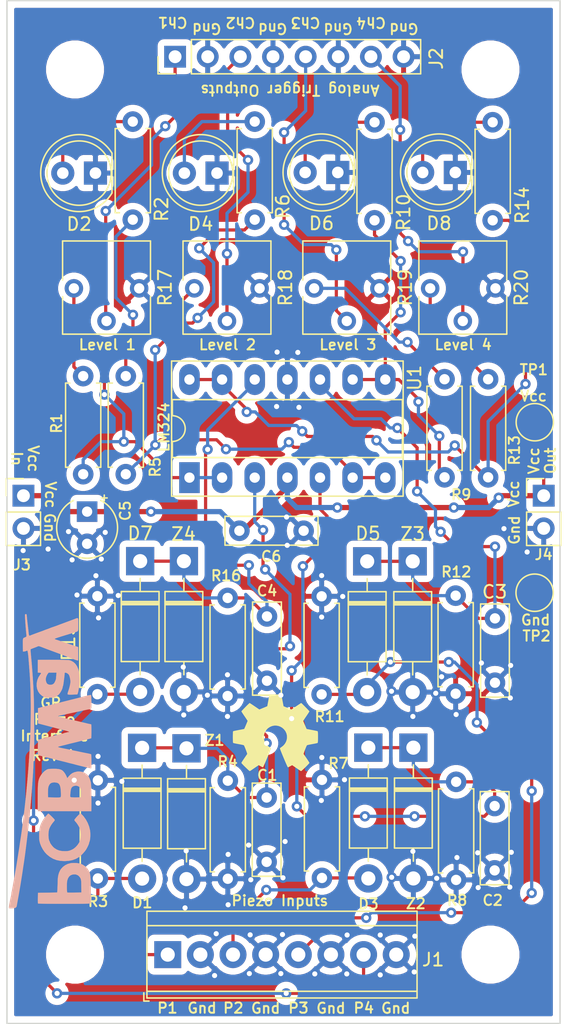
<source format=kicad_pcb>
(kicad_pcb (version 20171130) (host pcbnew "(5.1.2-1)-1")
  (layers (0 F.Cu signal) (31 B.Cu signal) (34 B.Paste user hide) (35 F.Paste user hide) (36 B.SilkS user hide) (37 F.SilkS user) (38 B.Mask user) (39 F.Mask user) (44 Edge.Cuts user))
  (net 0 "")
  (net 1 GNDREF)
  (net 2 "Net-(C1-Pad1)")
  (net 3 "Net-(C2-Pad1)")
  (net 4 "Net-(C3-Pad1)")
  (net 5 "Net-(C4-Pad1)")
  (net 6 VCC)
  (net 7 /Piezo1)
  (net 8 "Net-(D2-Pad2)")
  (net 9 /Piezo2)
  (net 10 "Net-(D4-Pad2)")
  (net 11 /Piezo3)
  (net 12 "Net-(D6-Pad2)")
  (net 13 /Piezo4)
  (net 14 "Net-(D8-Pad2)")
  (net 15 /Out_1)
  (net 16 /Out_2)
  (net 17 /Out_3)
  (net 18 /Out_4)
  (net 19 "Net-(R1-Pad1)")
  (net 20 "Net-(R1-Pad2)")
  (net 21 "Net-(R18-Pad1)")
  (net 22 "Net-(R5-Pad1)")
  (net 23 "Net-(R19-Pad1)")
  (net 24 "Net-(R10-Pad1)")
  (net 25 "Net-(R13-Pad2)")
  (net 26 "Net-(R13-Pad1)")
  (module Symbol:OSHW-Symbol_6.7x6mm_SilkScreen (layer F.Cu) (at 103.4542 118.1227)
    (fp_text reference REF** hide)
    (fp_text value OSHW-Symbol_6.7x6mm_SilkScreen hide)
  )
  (module "_Custom_Footprints:pcb way logo" (layer B.Cu) (at 85.2551 120.3071 90)
    (fp_text reference G*** hide)
    (fp_text value LOGO hide)
  )
  (module Capacitor_THT:C_Rect_L7.0mm_W2.0mm_P5.00mm (layer F.Cu) (at 102.7811 123.1265 270)
    (fp_text reference C1 (at -1.7272 -0.0508 180) (layer F.SilkS) (effects (font (size 0.8 0.8))))
    (fp_text value 10nF)
    (pad 2 thru_hole circle (at 5 0 270) (size 1.6 1.6) (drill 0.8) (layers *.Cu *.Mask) (net 1 GNDREF))
    (pad 1 thru_hole circle (at 0 0 270) (size 1.6 1.6) (drill 0.8) (layers *.Cu *.Mask) (net 2 "Net-(C1-Pad1)"))
  )
  (module Capacitor_THT:C_Rect_L7.0mm_W2.0mm_P5.00mm (layer F.Cu) (at 120.523 123.7869 270)
    (fp_text reference C2 (at 7.3279 0.1524 180) (layer F.SilkS) (effects (font (size 0.8 0.8))))
    (fp_text value 10nF)
    (pad 1 thru_hole circle (at 0 0 270) (size 1.6 1.6) (drill 0.8) (layers *.Cu *.Mask) (net 3 "Net-(C2-Pad1)"))
    (pad 2 thru_hole circle (at 5 0 270) (size 1.6 1.6) (drill 0.8) (layers *.Cu *.Mask) (net 1 GNDREF))
  )
  (module Capacitor_THT:C_Rect_L7.0mm_W2.0mm_P5.00mm (layer F.Cu) (at 120.5484 109.2073 270)
    (fp_text reference C3 (at -2.0574 0.0254 180) (layer F.SilkS))
    (fp_text value 10nF)
    (pad 2 thru_hole circle (at 5 0 270) (size 1.6 1.6) (drill 0.8) (layers *.Cu *.Mask) (net 1 GNDREF))
    (pad 1 thru_hole circle (at 0 0 270) (size 1.6 1.6) (drill 0.8) (layers *.Cu *.Mask) (net 4 "Net-(C3-Pad1)"))
  )
  (module Capacitor_THT:C_Rect_L7.0mm_W2.0mm_P5.00mm (layer F.Cu) (at 102.8065 109.0549 270)
    (fp_text reference C4 (at -1.9812 0 180) (layer F.SilkS) (effects (font (size 0.8 0.8))))
    (fp_text value 10nF)
    (pad 1 thru_hole circle (at 0 0 270) (size 1.6 1.6) (drill 0.8) (layers *.Cu *.Mask) (net 5 "Net-(C4-Pad1)"))
    (pad 2 thru_hole circle (at 5 0 270) (size 1.6 1.6) (drill 0.8) (layers *.Cu *.Mask) (net 1 GNDREF))
  )
  (module Capacitor_THT:CP_Radial_Tantal_D4.5mm_P2.50mm (layer F.Cu) (at 88.8111 100.9142 270)
    (fp_text reference C5 (at -0.0635 -2.9718 270) (layer F.SilkS) (effects (font (size 0.8 0.8))))
    (fp_text value 10uF)
    (pad 1 thru_hole rect (at 0 0 270) (size 1.6 1.6) (drill 0.8) (layers *.Cu *.Mask) (net 6 VCC))
    (pad 2 thru_hole circle (at 2.5 0 270) (size 1.6 1.6) (drill 0.8) (layers *.Cu *.Mask) (net 1 GNDREF))
  )
  (module Capacitor_THT:C_Rect_L7.0mm_W2.0mm_P5.00mm (layer F.Cu) (at 100.6602 102.4001)
    (fp_text reference C6 (at 2.4765 1.9939) (layer F.SilkS) (effects (font (size 0.8 0.8))))
    (fp_text value 100nF)
    (pad 1 thru_hole circle (at 0 0) (size 1.6 1.6) (drill 0.8) (layers *.Cu *.Mask) (net 6 VCC))
    (pad 2 thru_hole circle (at 5 0) (size 1.6 1.6) (drill 0.8) (layers *.Cu *.Mask) (net 1 GNDREF))
  )
  (module Diode_THT:D_DO-41_SOD81_P10.16mm_Horizontal (layer F.Cu) (at 93.091 119.2657 270)
    (fp_text reference D1 (at 12.0396 -0.0127 180) (layer F.SilkS) (effects (font (size 0.8 0.8))))
    (fp_text value 1N4148)
    (pad 2 thru_hole oval (at 10.16 0 270) (size 2.2 2.2) (drill 1.1) (layers *.Cu *.Mask) (net 7 /Piezo1))
    (pad 1 thru_hole rect (at 0 0 270) (size 2.2 2.2) (drill 1.1) (layers *.Cu *.Mask) (net 2 "Net-(C1-Pad1)"))
  )
  (module LED_THT:LED_D5.0mm (layer F.Cu) (at 89.4588 74.6125 180)
    (fp_text reference D2 (at 1.27 -3.96) (layer F.SilkS))
    (fp_text value LED_Small_ALT)
    (pad 1 thru_hole rect (at 0 0 180) (size 1.8 1.8) (drill 0.9) (layers *.Cu *.Mask) (net 1 GNDREF))
    (pad 2 thru_hole circle (at 2.54 0 180) (size 1.8 1.8) (drill 0.9) (layers *.Cu *.Mask) (net 8 "Net-(D2-Pad2)"))
  )
  (module Diode_THT:D_DO-41_SOD81_P10.16mm_Horizontal (layer F.Cu) (at 110.6932 119.253 270)
    (fp_text reference D3 (at 12.1412 -0.0127 180) (layer F.SilkS) (effects (font (size 0.8 0.8))))
    (fp_text value 1N4148)
    (pad 2 thru_hole oval (at 10.16 0 270) (size 2.2 2.2) (drill 1.1) (layers *.Cu *.Mask) (net 9 /Piezo2))
    (pad 1 thru_hole rect (at 0 0 270) (size 2.2 2.2) (drill 1.1) (layers *.Cu *.Mask) (net 3 "Net-(C2-Pad1)"))
  )
  (module LED_THT:LED_D5.0mm (layer F.Cu) (at 98.9203 74.6125 180)
    (fp_text reference D4 (at 1.27 -3.96) (layer F.SilkS))
    (fp_text value LED_Small_ALT)
    (pad 2 thru_hole circle (at 2.54 0 180) (size 1.8 1.8) (drill 0.9) (layers *.Cu *.Mask) (net 10 "Net-(D4-Pad2)"))
    (pad 1 thru_hole rect (at 0 0 180) (size 1.8 1.8) (drill 0.9) (layers *.Cu *.Mask) (net 1 GNDREF))
  )
  (module Diode_THT:D_DO-41_SOD81_P10.16mm_Horizontal (layer F.Cu) (at 110.6043 104.775 270)
    (fp_text reference D5 (at -2.159 -0.0635 180) (layer F.SilkS))
    (fp_text value 1N4148)
    (pad 1 thru_hole rect (at 0 0 270) (size 2.2 2.2) (drill 1.1) (layers *.Cu *.Mask) (net 4 "Net-(C3-Pad1)"))
    (pad 2 thru_hole oval (at 10.16 0 270) (size 2.2 2.2) (drill 1.1) (layers *.Cu *.Mask) (net 11 /Piezo3))
  )
  (module LED_THT:LED_D5.0mm (layer F.Cu) (at 108.3183 74.5617 180)
    (fp_text reference D6 (at 1.27 -3.96) (layer F.SilkS))
    (fp_text value LED_Small_ALT)
    (pad 1 thru_hole rect (at 0 0 180) (size 1.8 1.8) (drill 0.9) (layers *.Cu *.Mask) (net 1 GNDREF))
    (pad 2 thru_hole circle (at 2.54 0 180) (size 1.8 1.8) (drill 0.9) (layers *.Cu *.Mask) (net 12 "Net-(D6-Pad2)"))
  )
  (module Diode_THT:D_DO-41_SOD81_P10.16mm_Horizontal (layer F.Cu) (at 92.9386 104.7623 270)
    (fp_text reference D7 (at -2.159 0 180) (layer F.SilkS))
    (fp_text value 1N4148)
    (pad 1 thru_hole rect (at 0 0 270) (size 2.2 2.2) (drill 1.1) (layers *.Cu *.Mask) (net 5 "Net-(C4-Pad1)"))
    (pad 2 thru_hole oval (at 10.16 0 270) (size 2.2 2.2) (drill 1.1) (layers *.Cu *.Mask) (net 13 /Piezo4))
  )
  (module LED_THT:LED_D5.0mm (layer F.Cu) (at 117.4623 74.5617 180)
    (fp_text reference D8 (at 1.27 -3.96) (layer F.SilkS))
    (fp_text value LED_Small_ALT)
    (pad 2 thru_hole circle (at 2.54 0 180) (size 1.8 1.8) (drill 0.9) (layers *.Cu *.Mask) (net 14 "Net-(D8-Pad2)"))
    (pad 1 thru_hole rect (at 0 0 180) (size 1.8 1.8) (drill 0.9) (layers *.Cu *.Mask) (net 1 GNDREF))
  )
  (module TerminalBlock_TE-Connectivity:TerminalBlock_TE_282834-8_1x08_P2.54mm_Horizontal (layer F.Cu) (at 95.0849 135.3312)
    (fp_text reference J1 (at 20.6502 0.3937) (layer F.SilkS))
    (fp_text value Screw_Terminal_01x08)
    (pad 1 thru_hole rect (at 0 0) (size 2.1 2.1) (drill 1.1) (layers *.Cu *.Mask) (net 7 /Piezo1))
    (pad 2 thru_hole circle (at 2.54 0) (size 2.1 2.1) (drill 1.1) (layers *.Cu *.Mask) (net 1 GNDREF))
    (pad 3 thru_hole circle (at 5.08 0) (size 2.1 2.1) (drill 1.1) (layers *.Cu *.Mask) (net 9 /Piezo2))
    (pad 4 thru_hole circle (at 7.62 0) (size 2.1 2.1) (drill 1.1) (layers *.Cu *.Mask) (net 1 GNDREF))
    (pad 5 thru_hole circle (at 10.16 0) (size 2.1 2.1) (drill 1.1) (layers *.Cu *.Mask) (net 11 /Piezo3))
    (pad 6 thru_hole circle (at 12.7 0) (size 2.1 2.1) (drill 1.1) (layers *.Cu *.Mask) (net 1 GNDREF))
    (pad 7 thru_hole circle (at 15.24 0) (size 2.1 2.1) (drill 1.1) (layers *.Cu *.Mask) (net 13 /Piezo4))
    (pad 8 thru_hole circle (at 17.78 0) (size 2.1 2.1) (drill 1.1) (layers *.Cu *.Mask) (net 1 GNDREF))
  )
  (module Connector_PinHeader_2.54mm:PinHeader_1x08_P2.54mm_Vertical (layer F.Cu) (at 95.6564 65.5701 90)
    (fp_text reference J2 (at -0.1397 20.32 90) (layer F.SilkS))
    (fp_text value Conn_01x08)
    (pad 1 thru_hole rect (at 0 0 90) (size 1.7 1.7) (drill 1) (layers *.Cu *.Mask) (net 15 /Out_1))
    (pad 2 thru_hole oval (at 0 2.54 90) (size 1.7 1.7) (drill 1) (layers *.Cu *.Mask) (net 1 GNDREF))
    (pad 3 thru_hole oval (at 0 5.08 90) (size 1.7 1.7) (drill 1) (layers *.Cu *.Mask) (net 16 /Out_2))
    (pad 4 thru_hole oval (at 0 7.62 90) (size 1.7 1.7) (drill 1) (layers *.Cu *.Mask) (net 1 GNDREF))
    (pad 5 thru_hole oval (at 0 10.16 90) (size 1.7 1.7) (drill 1) (layers *.Cu *.Mask) (net 17 /Out_3))
    (pad 6 thru_hole oval (at 0 12.7 90) (size 1.7 1.7) (drill 1) (layers *.Cu *.Mask) (net 1 GNDREF))
    (pad 7 thru_hole oval (at 0 15.24 90) (size 1.7 1.7) (drill 1) (layers *.Cu *.Mask) (net 18 /Out_4))
    (pad 8 thru_hole oval (at 0 17.78 90) (size 1.7 1.7) (drill 1) (layers *.Cu *.Mask) (net 1 GNDREF))
  )
  (module Connector_PinHeader_2.54mm:PinHeader_1x02_P2.54mm_Vertical (layer F.Cu) (at 83.8581 99.67595)
    (fp_text reference J3 (at -0.1143 5.37845) (layer F.SilkS) (effects (font (size 0.8 0.8))))
    (fp_text value Vin)
    (pad 1 thru_hole rect (at 0 0) (size 1.7 1.7) (drill 1) (layers *.Cu *.Mask) (net 6 VCC))
    (pad 2 thru_hole oval (at 0 2.54) (size 1.7 1.7) (drill 1) (layers *.Cu *.Mask) (net 1 GNDREF))
  )
  (module MountingHole:MountingHole_3.5mm (layer F.Cu) (at 87.9856 66.5607)
    (fp_text reference MH1 hide)
    (fp_text value MountingHole)
    (pad "" np_thru_hole circle (at -0.1143 0) (size 3.5 3.5) (drill 3.5) (layers *.Cu *.Mask))
  )
  (module MountingHole:MountingHole_3.5mm (layer F.Cu) (at 87.8713 135.3312)
    (fp_text reference MH2 hide)
    (fp_text value MountingHole)
    (pad 1 np_thru_hole circle (at 0 0) (size 3.5 3.5) (drill 3.5) (layers *.Cu *.Mask))
  )
  (module MountingHole:MountingHole_3.5mm (layer F.Cu) (at 120.2 66.5607)
    (fp_text reference MH3 hide)
    (fp_text value MountingHole)
    (pad 1 np_thru_hole circle (at 0 0) (size 3.5 3.5) (drill 3.5) (layers *.Cu *.Mask))
  )
  (module MountingHole:MountingHole_3.5mm (layer F.Cu) (at 120.2 135.3312)
    (fp_text reference MH4 hide)
    (fp_text value MountingHole)
    (pad 1 np_thru_hole circle (at 0 0) (size 3.5 3.5) (drill 3.5) (layers *.Cu *.Mask))
  )
  (module Resistor_THT:R_Axial_DIN0207_L6.3mm_D2.5mm_P7.62mm_Horizontal (layer F.Cu) (at 88.5063 98.0059 90)
    (fp_text reference R1 (at 3.9497 -2.0701 90) (layer F.SilkS) (effects (font (size 0.8 0.8))))
    (fp_text value 100r)
    (pad 1 thru_hole circle (at 0 0 90) (size 1.6 1.6) (drill 0.8) (layers *.Cu *.Mask) (net 19 "Net-(R1-Pad1)"))
    (pad 2 thru_hole oval (at 7.62 0 90) (size 1.6 1.6) (drill 0.8) (layers *.Cu *.Mask) (net 20 "Net-(R1-Pad2)"))
  )
  (module Resistor_THT:R_Axial_DIN0207_L6.3mm_D2.5mm_P7.62mm_Horizontal (layer F.Cu) (at 92.3671 78.232 90)
    (fp_text reference R2 (at 0.8128 2.2352 90) (layer F.SilkS))
    (fp_text value 330r)
    (pad 1 thru_hole circle (at 0 0 90) (size 1.6 1.6) (drill 0.8) (layers *.Cu *.Mask) (net 19 "Net-(R1-Pad1)"))
    (pad 2 thru_hole oval (at 7.62 0 90) (size 1.6 1.6) (drill 0.8) (layers *.Cu *.Mask) (net 8 "Net-(D2-Pad2)"))
  )
  (module Resistor_THT:R_Axial_DIN0207_L6.3mm_D2.5mm_P7.62mm_Horizontal (layer F.Cu) (at 89.6493 129.413 90)
    (fp_text reference R3 (at -1.7907 0.0127 180) (layer F.SilkS) (effects (font (size 0.8 0.8))))
    (fp_text value 100K)
    (pad 1 thru_hole circle (at 0 0 90) (size 1.6 1.6) (drill 0.8) (layers *.Cu *.Mask) (net 7 /Piezo1))
    (pad 2 thru_hole oval (at 7.62 0 90) (size 1.6 1.6) (drill 0.8) (layers *.Cu *.Mask) (net 1 GNDREF))
  )
  (module Resistor_THT:R_Axial_DIN0207_L6.3mm_D2.5mm_P7.62mm_Horizontal (layer F.Cu) (at 99.7585 121.8184 270)
    (fp_text reference R4 (at -1.4732 0.0127 180) (layer F.SilkS) (effects (font (size 0.8 0.8))))
    (fp_text value 1M)
    (pad 1 thru_hole circle (at 0 0 270) (size 1.6 1.6) (drill 0.8) (layers *.Cu *.Mask) (net 2 "Net-(C1-Pad1)"))
    (pad 2 thru_hole oval (at 7.62 0 270) (size 1.6 1.6) (drill 0.8) (layers *.Cu *.Mask) (net 1 GNDREF))
  )
  (module Resistor_THT:R_Axial_DIN0207_L6.3mm_D2.5mm_P7.62mm_Horizontal (layer F.Cu) (at 91.821 98.0059 90)
    (fp_text reference R5 (at 0.5461 2.286 90) (layer F.SilkS) (effects (font (size 0.8 0.8))))
    (fp_text value 100r)
    (pad 2 thru_hole oval (at 7.62 0 90) (size 1.6 1.6) (drill 0.8) (layers *.Cu *.Mask) (net 21 "Net-(R18-Pad1)"))
    (pad 1 thru_hole circle (at 0 0 90) (size 1.6 1.6) (drill 0.8) (layers *.Cu *.Mask) (net 22 "Net-(R5-Pad1)"))
  )
  (module Resistor_THT:R_Axial_DIN0207_L6.3mm_D2.5mm_P7.62mm_Horizontal (layer F.Cu) (at 101.854 78.232 90)
    (fp_text reference R6 (at 1.0287 2.1844 90) (layer F.SilkS))
    (fp_text value 330r)
    (pad 1 thru_hole circle (at 0 0 90) (size 1.6 1.6) (drill 0.8) (layers *.Cu *.Mask) (net 22 "Net-(R5-Pad1)"))
    (pad 2 thru_hole oval (at 7.62 0 90) (size 1.6 1.6) (drill 0.8) (layers *.Cu *.Mask) (net 10 "Net-(D4-Pad2)"))
  )
  (module Resistor_THT:R_Axial_DIN0207_L6.3mm_D2.5mm_P7.62mm_Horizontal (layer F.Cu) (at 107.0864 129.3749 90)
    (fp_text reference R7 (at 8.9027 1.2827 180) (layer F.SilkS) (effects (font (size 0.8 0.8))))
    (fp_text value 100K)
    (pad 2 thru_hole oval (at 7.62 0 90) (size 1.6 1.6) (drill 0.8) (layers *.Cu *.Mask) (net 1 GNDREF))
    (pad 1 thru_hole circle (at 0 0 90) (size 1.6 1.6) (drill 0.8) (layers *.Cu *.Mask) (net 9 /Piezo2))
  )
  (module Resistor_THT:R_Axial_DIN0207_L6.3mm_D2.5mm_P7.62mm_Horizontal (layer F.Cu) (at 117.5258 121.9073 270)
    (fp_text reference R8 (at 9.2075 -0.0762 180) (layer F.SilkS) (effects (font (size 0.8 0.8))))
    (fp_text value 1M)
    (pad 2 thru_hole oval (at 7.62 0 270) (size 1.6 1.6) (drill 0.8) (layers *.Cu *.Mask) (net 1 GNDREF))
    (pad 1 thru_hole circle (at 0 0 270) (size 1.6 1.6) (drill 0.8) (layers *.Cu *.Mask) (net 3 "Net-(C2-Pad1)"))
  )
  (module Resistor_THT:R_Axial_DIN0207_L6.3mm_D2.5mm_P7.62mm_Horizontal (layer F.Cu) (at 116.6241 98.2472 90)
    (fp_text reference R9 (at -1.3462 1.2954 180) (layer F.SilkS) (effects (font (size 0.8 0.8))))
    (fp_text value 100r)
    (pad 2 thru_hole oval (at 7.62 0 90) (size 1.6 1.6) (drill 0.8) (layers *.Cu *.Mask) (net 23 "Net-(R19-Pad1)"))
    (pad 1 thru_hole circle (at 0 0 90) (size 1.6 1.6) (drill 0.8) (layers *.Cu *.Mask) (net 24 "Net-(R10-Pad1)"))
  )
  (module Resistor_THT:R_Axial_DIN0207_L6.3mm_D2.5mm_P7.62mm_Horizontal (layer F.Cu) (at 111.1758 78.2828 90)
    (fp_text reference R10 (at 0.6223 2.2606 90) (layer F.SilkS))
    (fp_text value 330r)
    (pad 2 thru_hole oval (at 7.62 0 90) (size 1.6 1.6) (drill 0.8) (layers *.Cu *.Mask) (net 12 "Net-(D6-Pad2)"))
    (pad 1 thru_hole circle (at 0 0 90) (size 1.6 1.6) (drill 0.8) (layers *.Cu *.Mask) (net 24 "Net-(R10-Pad1)"))
  )
  (module Resistor_THT:R_Axial_DIN0207_L6.3mm_D2.5mm_P7.62mm_Horizontal (layer F.Cu) (at 107.061 115.1128 90)
    (fp_text reference R11 (at -1.7272 0.6223 180) (layer F.SilkS) (effects (font (size 0.8 0.8))))
    (fp_text value 100K)
    (pad 2 thru_hole oval (at 7.62 0 90) (size 1.6 1.6) (drill 0.8) (layers *.Cu *.Mask) (net 1 GNDREF))
    (pad 1 thru_hole circle (at 0 0 90) (size 1.6 1.6) (drill 0.8) (layers *.Cu *.Mask) (net 11 /Piezo3))
  )
  (module Resistor_THT:R_Axial_DIN0207_L6.3mm_D2.5mm_P7.62mm_Horizontal (layer F.Cu) (at 117.4877 107.442 270)
    (fp_text reference R12 (at -1.8415 -0.0508 180) (layer F.SilkS) (effects (font (size 0.8 0.8))))
    (fp_text value 1M)
    (pad 1 thru_hole circle (at 0 0 270) (size 1.6 1.6) (drill 0.8) (layers *.Cu *.Mask) (net 4 "Net-(C3-Pad1)"))
    (pad 2 thru_hole oval (at 7.62 0 270) (size 1.6 1.6) (drill 0.8) (layers *.Cu *.Mask) (net 1 GNDREF))
  )
  (module Resistor_THT:R_Axial_DIN0207_L6.3mm_D2.5mm_P7.62mm_Horizontal (layer F.Cu) (at 120.015 98.2472 90)
    (fp_text reference R13 (at 2.0955 2.0447 270) (layer F.SilkS) (effects (font (size 0.8 0.8))))
    (fp_text value 100r)
    (pad 2 thru_hole oval (at 7.62 0 90) (size 1.6 1.6) (drill 0.8) (layers *.Cu *.Mask) (net 25 "Net-(R13-Pad2)"))
    (pad 1 thru_hole circle (at 0 0 90) (size 1.6 1.6) (drill 0.8) (layers *.Cu *.Mask) (net 26 "Net-(R13-Pad1)"))
  )
  (module Resistor_THT:R_Axial_DIN0207_L6.3mm_D2.5mm_P7.62mm_Horizontal (layer F.Cu) (at 120.3706 78.2828 90)
    (fp_text reference R14 (at 1.1684 2.2987 90) (layer F.SilkS))
    (fp_text value 330r)
    (pad 1 thru_hole circle (at 0 0 90) (size 1.6 1.6) (drill 0.8) (layers *.Cu *.Mask) (net 26 "Net-(R13-Pad1)"))
    (pad 2 thru_hole oval (at 7.62 0 90) (size 1.6 1.6) (drill 0.8) (layers *.Cu *.Mask) (net 14 "Net-(D8-Pad2)"))
  )
  (module Resistor_THT:R_Axial_DIN0207_L6.3mm_D2.5mm_P7.62mm_Horizontal (layer F.Cu) (at 89.6112 115.1001 90)
    (fp_text reference R15 (at 4.0259 -2.2479 270) (layer F.SilkS))
    (fp_text value 100K)
    (pad 1 thru_hole circle (at 0 0 90) (size 1.6 1.6) (drill 0.8) (layers *.Cu *.Mask) (net 13 /Piezo4))
    (pad 2 thru_hole oval (at 7.62 0 90) (size 1.6 1.6) (drill 0.8) (layers *.Cu *.Mask) (net 1 GNDREF))
  )
  (module Resistor_THT:R_Axial_DIN0207_L6.3mm_D2.5mm_P7.62mm_Horizontal (layer F.Cu) (at 99.7458 107.6198 270)
    (fp_text reference R16 (at -1.7272 0.127 180) (layer F.SilkS) (effects (font (size 0.8 0.8))))
    (fp_text value 1M)
    (pad 2 thru_hole oval (at 7.62 0 270) (size 1.6 1.6) (drill 0.8) (layers *.Cu *.Mask) (net 1 GNDREF))
    (pad 1 thru_hole circle (at 0 0 270) (size 1.6 1.6) (drill 0.8) (layers *.Cu *.Mask) (net 5 "Net-(C4-Pad1)"))
  )
  (module Potentiometer_THT:Potentiometer_Vishay_T73YP_Vertical (layer F.Cu) (at 87.7824 83.566 270)
    (fp_text reference R17 (at -0.06 -7.09 90) (layer F.SilkS))
    (fp_text value 10K)
    (pad 1 thru_hole circle (at 0 0 270) (size 1.44 1.44) (drill 0.8) (layers *.Cu *.Mask) (net 20 "Net-(R1-Pad2)"))
    (pad 2 thru_hole circle (at 2.54 -2.54 270) (size 1.44 1.44) (drill 0.8) (layers *.Cu *.Mask) (net 15 /Out_1))
    (pad 3 thru_hole circle (at 0 -5.08 270) (size 1.44 1.44) (drill 0.8) (layers *.Cu *.Mask) (net 1 GNDREF))
  )
  (module Potentiometer_THT:Potentiometer_Vishay_T73YP_Vertical (layer F.Cu) (at 97.155 83.566 270)
    (fp_text reference R18 (at -0.06 -7.09 90) (layer F.SilkS))
    (fp_text value 10K)
    (pad 3 thru_hole circle (at 0 -5.08 270) (size 1.44 1.44) (drill 0.8) (layers *.Cu *.Mask) (net 1 GNDREF))
    (pad 2 thru_hole circle (at 2.54 -2.54 270) (size 1.44 1.44) (drill 0.8) (layers *.Cu *.Mask) (net 16 /Out_2))
    (pad 1 thru_hole circle (at 0 0 270) (size 1.44 1.44) (drill 0.8) (layers *.Cu *.Mask) (net 21 "Net-(R18-Pad1)"))
  )
  (module Potentiometer_THT:Potentiometer_Vishay_T73YP_Vertical (layer F.Cu) (at 106.4768 83.566 270)
    (fp_text reference R19 (at -0.06 -7.09 90) (layer F.SilkS))
    (fp_text value 10K)
    (pad 1 thru_hole circle (at 0 0 270) (size 1.44 1.44) (drill 0.8) (layers *.Cu *.Mask) (net 23 "Net-(R19-Pad1)"))
    (pad 2 thru_hole circle (at 2.54 -2.54 270) (size 1.44 1.44) (drill 0.8) (layers *.Cu *.Mask) (net 17 /Out_3))
    (pad 3 thru_hole circle (at 0 -5.08 270) (size 1.44 1.44) (drill 0.8) (layers *.Cu *.Mask) (net 1 GNDREF))
  )
  (module Potentiometer_THT:Potentiometer_Vishay_T73YP_Vertical (layer F.Cu) (at 115.5065 83.566 270)
    (fp_text reference R20 (at -0.06 -7.09 90) (layer F.SilkS))
    (fp_text value 10K)
    (pad 3 thru_hole circle (at 0 -5.08 270) (size 1.44 1.44) (drill 0.8) (layers *.Cu *.Mask) (net 1 GNDREF))
    (pad 2 thru_hole circle (at 2.54 -2.54 270) (size 1.44 1.44) (drill 0.8) (layers *.Cu *.Mask) (net 18 /Out_4))
    (pad 1 thru_hole circle (at 0 0 270) (size 1.44 1.44) (drill 0.8) (layers *.Cu *.Mask) (net 25 "Net-(R13-Pad2)"))
  )
  (module Package_DIP:DIP-14_W7.62mm_Socket_LongPads (layer F.Cu) (at 96.774 98.2726 90)
    (fp_text reference U1 (at 7.747 17.5133 90) (layer F.SilkS))
    (fp_text value LM324)
    (pad 1 thru_hole rect (at 0 0 90) (size 2.4 1.6) (drill 0.8) (layers *.Cu *.Mask) (net 19 "Net-(R1-Pad1)"))
    (pad 8 thru_hole oval (at 7.62 15.24 90) (size 2.4 1.6) (drill 0.8) (layers *.Cu *.Mask) (net 24 "Net-(R10-Pad1)"))
    (pad 2 thru_hole oval (at 0 2.54 90) (size 2.4 1.6) (drill 0.8) (layers *.Cu *.Mask) (net 19 "Net-(R1-Pad1)"))
    (pad 9 thru_hole oval (at 7.62 12.7 90) (size 2.4 1.6) (drill 0.8) (layers *.Cu *.Mask) (net 24 "Net-(R10-Pad1)"))
    (pad 3 thru_hole oval (at 0 5.08 90) (size 2.4 1.6) (drill 0.8) (layers *.Cu *.Mask) (net 2 "Net-(C1-Pad1)"))
    (pad 10 thru_hole oval (at 7.62 10.16 90) (size 2.4 1.6) (drill 0.8) (layers *.Cu *.Mask) (net 4 "Net-(C3-Pad1)"))
    (pad 4 thru_hole oval (at 0 7.62 90) (size 2.4 1.6) (drill 0.8) (layers *.Cu *.Mask) (net 6 VCC))
    (pad 11 thru_hole oval (at 7.62 7.62 90) (size 2.4 1.6) (drill 0.8) (layers *.Cu *.Mask) (net 1 GNDREF))
    (pad 5 thru_hole oval (at 0 10.16 90) (size 2.4 1.6) (drill 0.8) (layers *.Cu *.Mask) (net 3 "Net-(C2-Pad1)"))
    (pad 12 thru_hole oval (at 7.62 5.08 90) (size 2.4 1.6) (drill 0.8) (layers *.Cu *.Mask) (net 5 "Net-(C4-Pad1)"))
    (pad 6 thru_hole oval (at 0 12.7 90) (size 2.4 1.6) (drill 0.8) (layers *.Cu *.Mask) (net 22 "Net-(R5-Pad1)"))
    (pad 13 thru_hole oval (at 7.62 2.54 90) (size 2.4 1.6) (drill 0.8) (layers *.Cu *.Mask) (net 26 "Net-(R13-Pad1)"))
    (pad 7 thru_hole oval (at 0 15.24 90) (size 2.4 1.6) (drill 0.8) (layers *.Cu *.Mask) (net 22 "Net-(R5-Pad1)"))
    (pad 14 thru_hole oval (at 7.62 0 90) (size 2.4 1.6) (drill 0.8) (layers *.Cu *.Mask) (net 26 "Net-(R13-Pad1)"))
  )
  (module Diode_THT:D_DO-41_SOD81_P10.16mm_Horizontal (layer F.Cu) (at 96.5454 119.3038 270)
    (fp_text reference Z1 (at -0.6223 -2.1844) (layer F.SilkS) (effects (font (size 0.8 0.8))))
    (fp_text value 5.1V)
    (pad 1 thru_hole rect (at 0 0 270) (size 2.2 2.2) (drill 1.1) (layers *.Cu *.Mask) (net 2 "Net-(C1-Pad1)"))
    (pad 2 thru_hole oval (at 10.16 0 270) (size 2.2 2.2) (drill 1.1) (layers *.Cu *.Mask) (net 1 GNDREF))
  )
  (module Diode_THT:D_DO-41_SOD81_P10.16mm_Horizontal (layer F.Cu) (at 114.1984 119.253 270)
    (fp_text reference Z2 (at 12.1158 -0.1905 180) (layer F.SilkS) (effects (font (size 0.8 0.8))))
    (fp_text value 5.1V)
    (pad 2 thru_hole oval (at 10.16 0 270) (size 2.2 2.2) (drill 1.1) (layers *.Cu *.Mask) (net 1 GNDREF))
    (pad 1 thru_hole rect (at 0 0 270) (size 2.2 2.2) (drill 1.1) (layers *.Cu *.Mask) (net 3 "Net-(C2-Pad1)"))
  )
  (module Diode_THT:D_DO-41_SOD81_P10.16mm_Horizontal (layer F.Cu) (at 114.1476 104.775 270)
    (fp_text reference Z3 (at -2.1209 0 180) (layer F.SilkS))
    (fp_text value 5.1V)
    (pad 2 thru_hole oval (at 10.16 0 270) (size 2.2 2.2) (drill 1.1) (layers *.Cu *.Mask) (net 1 GNDREF))
    (pad 1 thru_hole rect (at 0 0 270) (size 2.2 2.2) (drill 1.1) (layers *.Cu *.Mask) (net 4 "Net-(C3-Pad1)"))
  )
  (module Diode_THT:D_DO-41_SOD81_P10.16mm_Horizontal (layer F.Cu) (at 96.3422 104.7623 270)
    (fp_text reference Z4 (at -2.0955 0.0254 180) (layer F.SilkS))
    (fp_text value 5.1V)
    (pad 1 thru_hole rect (at 0 0 270) (size 2.2 2.2) (drill 1.1) (layers *.Cu *.Mask) (net 5 "Net-(C4-Pad1)"))
    (pad 2 thru_hole oval (at 10.16 0 270) (size 2.2 2.2) (drill 1.1) (layers *.Cu *.Mask) (net 1 GNDREF))
  )
  (module Connector_PinHeader_2.54mm:PinHeader_1x02_P2.54mm_Vertical (layer F.Cu) (at 124.3402 99.67595)
    (fp_text reference J4 (at -0.0072 4.57835) (layer F.SilkS) (effects (font (size 0.8 0.8))))
    (fp_text value Vout)
    (pad 1 thru_hole rect (at 0 0) (size 1.7 1.7) (drill 1) (layers *.Cu *.Mask) (net 6 VCC))
    (pad 2 thru_hole oval (at 0 2.54) (size 1.7 1.7) (drill 1) (layers *.Cu *.Mask) (net 1 GNDREF))
  )
  (module TestPoint:TestPoint_Pad_D2.5mm (layer F.Cu) (at 123.6472 93.9673)
    (fp_text reference TP1 (at -0.0762 -4.0767) (layer F.SilkS) (effects (font (size 0.8 0.8))))
    (fp_text value "VCC Test Point")
    (pad 1 smd circle (at 0 0) (size 2.5 2.5) (layers F.Cu F.Mask) (net 6 VCC))
  )
  (module TestPoint:TestPoint_Pad_D2.5mm (layer F.Cu) (at 123.6345 107.2134)
    (fp_text reference TP2 (at 0.1524 3.3655) (layer F.SilkS) (effects (font (size 0.8 0.8))))
    (fp_text value "GND Test Point")
    (pad 1 smd circle (at 0 0) (size 2.5 2.5) (layers F.Cu F.Mask) (net 1 GNDREF))
  )
  (gr_text "Rev 1" (at 86.1949 119.8626) (layer F.SilkS) (effects (font (size 0.8 0.8))))
  (gr_text "GR \nPiezo\nInterface" (at 86.2838 117.0559) (layer F.SilkS) (effects (font (size 0.8 0.8))))
  (gr_text "Level 4" (at 118.0719 87.9475) (layer F.SilkS) (effects (font (size 0.8 0.8))))
  (gr_text "Level 3" (at 109.1057 87.9475) (layer F.SilkS) (effects (font (size 0.8 0.8))))
  (gr_text "Level 2" (at 99.7331 87.9475) (layer F.SilkS) (effects (font (size 0.8 0.8))))
  (gr_text "Level 1" (at 90.3859 87.9475) (layer F.SilkS) (effects (font (size 0.8 0.8))))
  (gr_text LM324 (at 94.7928 94.361 90) (layer F.SilkS) (effects (font (size 0.8 0.8))))
  (gr_text "Analog Trigger Outputs" (at 104.5972 68.1736 180) (layer F.SilkS) (effects (font (size 0.8 0.8))))
  (gr_text Gnd (at 113.4618 63.3857 180) (layer F.SilkS) (effects (font (size 0.8 0.8))))
  (gr_text Gnd (at 108.3437 63.3857 180) (layer F.SilkS) (effects (font (size 0.8 0.8))))
  (gr_text Gnd (at 103.251 63.3857 180) (layer F.SilkS) (effects (font (size 0.8 0.8))))
  (gr_text Gnd (at 98.1202 63.3857 180) (layer F.SilkS) (effects (font (size 0.8 0.8))))
  (gr_text Ch4 (at 110.9091 62.9158 180) (layer F.SilkS) (effects (font (size 0.8 0.8))))
  (gr_text Ch3 (at 105.8037 62.9158 180) (layer F.SilkS) (effects (font (size 0.8 0.8))))
  (gr_text Ch2 (at 100.7364 62.9158 180) (layer F.SilkS) (effects (font (size 0.8 0.8))))
  (gr_text Ch1 (at 95.4659 62.9031 180) (layer F.SilkS) (effects (font (size 0.8 0.8))))
  (gr_text "Piezo Inputs" (at 103.8098 131.1402) (layer F.SilkS) (effects (font (size 0.8 0.8))))
  (gr_text P4 (at 110.3376 139.4841) (layer F.SilkS) (effects (font (size 0.8 0.8))))
  (gr_text P3 (at 105.2576 139.4841) (layer F.SilkS) (effects (font (size 0.8 0.8))))
  (gr_text P2 (at 100.1903 139.4841) (layer F.SilkS) (effects (font (size 0.8 0.8))))
  (gr_text P1 (at 95.0595 139.4841) (layer F.SilkS) (effects (font (size 0.8 0.8))))
  (gr_text Gnd (at 112.8268 139.4968) (layer F.SilkS) (effects (font (size 0.8 0.8))))
  (gr_text Gnd (at 107.7849 139.4968) (layer F.SilkS) (effects (font (size 0.8 0.8))))
  (gr_text Gnd (at 102.7049 139.4968) (layer F.SilkS) (effects (font (size 0.8 0.8))))
  (gr_text Gnd (at 97.7519 139.4841) (layer F.SilkS) (effects (font (size 0.8 0.8))))
  (gr_text "Vcc\nIn" (at 83.9851 96.7994 270) (layer F.SilkS) (effects (font (size 0.8 0.8))))
  (gr_text Gnd (at 85.9028 102.1588 270) (layer F.SilkS) (effects (font (size 0.8 0.8))))
  (gr_text "Vcc\n" (at 85.9663 99.6061 270) (layer F.SilkS) (effects (font (size 0.8 0.8))))
  (gr_text "Vcc\nOut" (at 124.2187 96.9645 90) (layer F.SilkS) (effects (font (size 0.8 0.8))))
  (gr_text Gnd (at 122.0597 102.3493 90) (layer F.SilkS) (effects (font (size 0.8 0.8))))
  (gr_text "Vcc\n" (at 122.0089 99.5426 90) (layer F.SilkS) (effects (font (size 0.8 0.8))))
  (gr_text "Vcc\n" (at 123.5456 91.9353) (layer F.SilkS) (effects (font (size 0.8 0.8))))
  (gr_text Gnd (at 123.7107 109.3343) (layer F.SilkS) (effects (font (size 0.8 0.8))))
  (gr_line (start 82.5754 61.214) (end 82.5754 140.6779) (layer Edge.Cuts) (width 0.1))
  (gr_line (start 125.6102 61.214) (end 82.5754 61.214) (layer Edge.Cuts) (width 0.1))
  (gr_line (start 125.6102 140.6779) (end 125.6102 61.214) (layer Edge.Cuts) (width 0.1))
  (gr_line (start 82.5754 140.6779) (end 125.6102 140.6779) (layer Edge.Cuts) (width 0.1))
  (via (at 98.7298 136.9568) (size 0.8) (drill 0.4) (layers F.Cu B.Cu) (net 1))
  (via (at 98.8568 133.7056) (size 0.8) (drill 0.4) (layers F.Cu B.Cu) (net 1))
  (via (at 103.886 136.8044) (size 0.8) (drill 0.4) (layers F.Cu B.Cu) (net 1))
  (via (at 101.4349 136.8044) (size 0.8) (drill 0.4) (layers F.Cu B.Cu) (net 1))
  (via (at 101.4984 133.7945) (size 0.8) (drill 0.4) (layers F.Cu B.Cu) (net 1))
  (via (at 104.013 133.7691) (size 0.8) (drill 0.4) (layers F.Cu B.Cu) (net 1))
  (via (at 109.0168 136.8298) (size 0.8) (drill 0.4) (layers F.Cu B.Cu) (net 1))
  (via (at 106.5276 136.8298) (size 0.8) (drill 0.4) (layers F.Cu B.Cu) (net 1))
  (via (at 109.0422 133.8072) (size 0.8) (drill 0.4) (layers F.Cu B.Cu) (net 1))
  (via (at 114.3127 133.8961) (size 0.8) (drill 0.4) (layers F.Cu B.Cu) (net 1))
  (via (at 114.2619 136.6774) (size 0.8) (drill 0.4) (layers F.Cu B.Cu) (net 1))
  (via (at 111.6203 136.906) (size 0.8) (drill 0.4) (layers F.Cu B.Cu) (net 1))
  (via (at 111.6203 133.8072) (size 0.8) (drill 0.4) (layers F.Cu B.Cu) (net 1))
  (via (at 96.4311 131.699) (size 0.8) (drill 0.4) (layers F.Cu B.Cu) (net 1))
  (via (at 99.7839 131.4577) (size 0.8) (drill 0.4) (layers F.Cu B.Cu) (net 1))
  (via (at 99.7839 127.5461) (size 0.8) (drill 0.4) (layers F.Cu B.Cu) (net 1))
  (via (at 96.52 127.2667) (size 0.8) (drill 0.4) (layers F.Cu B.Cu) (net 1))
  (via (at 104.0511 129.3622) (size 0.8) (drill 0.4) (layers F.Cu B.Cu) (net 1))
  (via (at 104.2162 126.5428) (size 0.8) (drill 0.4) (layers F.Cu B.Cu) (net 1))
  (via (at 101.3841 126.8222) (size 0.8) (drill 0.4) (layers F.Cu B.Cu) (net 1))
  (via (at 101.5492 129.5146) (size 0.8) (drill 0.4) (layers F.Cu B.Cu) (net 1))
  (via (at 114.1603 127.3048) (size 0.8) (drill 0.4) (layers F.Cu B.Cu) (net 1))
  (via (at 116.0145 129.4003) (size 0.8) (drill 0.4) (layers F.Cu B.Cu) (net 1))
  (via (at 117.5893 127.7874) (size 0.8) (drill 0.4) (layers F.Cu B.Cu) (net 1))
  (via (at 119.2403 130.1242) (size 0.8) (drill 0.4) (layers F.Cu B.Cu) (net 1))
  (via (at 112.5093 129.3241) (size 0.8) (drill 0.4) (layers F.Cu B.Cu) (net 1))
  (via (at 121.8184 127.381) (size 0.8) (drill 0.4) (layers F.Cu B.Cu) (net 1))
  (via (at 119.2022 127.4191) (size 0.8) (drill 0.4) (layers F.Cu B.Cu) (net 1))
  (via (at 121.7041 130.0861) (size 0.8) (drill 0.4) (layers F.Cu B.Cu) (net 1))
  (via (at 87.8078 121.7803) (size 0.8) (drill 0.4) (layers F.Cu B.Cu) (net 1))
  (via (at 89.662 123.5583) (size 0.8) (drill 0.4) (layers F.Cu B.Cu) (net 1))
  (via (at 91.5162 121.8692) (size 0.8) (drill 0.4) (layers F.Cu B.Cu) (net 1))
  (via (at 89.662 119.9261) (size 0.8) (drill 0.4) (layers F.Cu B.Cu) (net 1))
  (via (at 107.0356 123.3551) (size 0.8) (drill 0.4) (layers F.Cu B.Cu) (net 1))
  (via (at 108.839 121.7422) (size 0.8) (drill 0.4) (layers F.Cu B.Cu) (net 1))
  (via (at 107.0737 120.015) (size 0.8) (drill 0.4) (layers F.Cu B.Cu) (net 1))
  (via (at 121.7422 115.3922) (size 0.8) (drill 0.4) (layers F.Cu B.Cu) (net 1))
  (via (at 121.7676 112.8649) (size 0.8) (drill 0.4) (layers F.Cu B.Cu) (net 1))
  (via (at 119.4943 112.6744) (size 0.8) (drill 0.4) (layers F.Cu B.Cu) (net 1))
  (via (at 115.9383 115.0239) (size 0.8) (drill 0.4) (layers F.Cu B.Cu) (net 1))
  (via (at 116.3955 113.7412) (size 0.8) (drill 0.4) (layers F.Cu B.Cu) (net 1))
  (via (at 117.5258 116.6749) (size 0.8) (drill 0.4) (layers F.Cu B.Cu) (net 1))
  (via (at 114.1603 116.8273) (size 0.8) (drill 0.4) (layers F.Cu B.Cu) (net 1))
  (via (at 112.4966 114.8715) (size 0.8) (drill 0.4) (layers F.Cu B.Cu) (net 1))
  (via (at 103.886 115.1763) (size 0.8) (drill 0.4) (layers F.Cu B.Cu) (net 1))
  (via (at 99.7331 116.8273) (size 0.8) (drill 0.4) (layers F.Cu B.Cu) (net 1))
  (via (at 98.171 115.1763) (size 0.8) (drill 0.4) (layers F.Cu B.Cu) (net 1))
  (via (at 99.7331 113.5888) (size 0.8) (drill 0.4) (layers F.Cu B.Cu) (net 1))
  (via (at 96.3295 116.713) (size 0.8) (drill 0.4) (layers F.Cu B.Cu) (net 1))
  (via (at 96.2914 112.9919) (size 0.8) (drill 0.4) (layers F.Cu B.Cu) (net 1))
  (via (at 89.4969 105.8926) (size 0.8) (drill 0.4) (layers F.Cu B.Cu) (net 1))
  (via (at 88.0237 107.3912) (size 0.8) (drill 0.4) (layers F.Cu B.Cu) (net 1))
  (via (at 89.7001 109.1692) (size 0.8) (drill 0.4) (layers F.Cu B.Cu) (net 1))
  (via (at 91.2368 107.4293) (size 0.8) (drill 0.4) (layers F.Cu B.Cu) (net 1))
  (via (at 87.6427 104.6607) (size 0.8) (drill 0.4) (layers F.Cu B.Cu) (net 1))
  (via (at 89.916 104.5972) (size 0.8) (drill 0.4) (layers F.Cu B.Cu) (net 1))
  (via (at 90.2208 102.5271) (size 0.8) (drill 0.4) (layers F.Cu B.Cu) (net 1))
  (via (at 87.3633 102.4636) (size 0.8) (drill 0.4) (layers F.Cu B.Cu) (net 1))
  (via (at 83.8327 103.9368) (size 0.8) (drill 0.4) (layers F.Cu B.Cu) (net 1))
  (via (at 104.3305 101.3333) (size 0.8) (drill 0.4) (layers F.Cu B.Cu) (net 1))
  (via (at 104.3813 103.5304) (size 0.8) (drill 0.4) (layers F.Cu B.Cu) (net 1))
  (via (at 107.061 105.8799) (size 0.8) (drill 0.4) (layers F.Cu B.Cu) (net 1))
  (via (at 108.6993 107.5055) (size 0.8) (drill 0.4) (layers F.Cu B.Cu) (net 1))
  (via (at 107.061 109.1057) (size 0.8) (drill 0.4) (layers F.Cu B.Cu) (net 1))
  (via (at 103.5939 88.519) (size 0.8) (drill 0.4) (layers F.Cu B.Cu) (net 1))
  (via (at 105.2068 88.5444) (size 0.8) (drill 0.4) (layers F.Cu B.Cu) (net 1))
  (via (at 103.5558 92.7481) (size 0.8) (drill 0.4) (layers F.Cu B.Cu) (net 1))
  (via (at 105.2957 92.8116) (size 0.8) (drill 0.4) (layers F.Cu B.Cu) (net 1))
  (via (at 121.2469 102.235) (size 0.8) (drill 0.4) (layers F.Cu B.Cu) (net 1))
  (via (at 85.7758 103.8225) (size 0.8) (drill 0.4) (layers F.Cu B.Cu) (net 1))
  (via (at 123.0503 104.0511) (size 0.8) (drill 0.4) (layers F.Cu B.Cu) (net 1))
  (segment (start 96.5073 119.2657) (end 96.5454 119.3038) (width 0.25) (layer F.Cu) (net 2))
  (segment (start 93.091 119.2657) (end 96.5073 119.2657) (width 0.25) (layer F.Cu) (net 2))
  (segment (start 96.5454 119.3038) (end 98.9203 119.3038) (width 0.25) (layer B.Cu) (net 2))
  (segment (start 99.7585 120.142) (end 99.7585 121.8184) (width 0.25) (layer B.Cu) (net 2))
  (segment (start 98.9203 119.3038) (end 99.7585 120.142) (width 0.25) (layer B.Cu) (net 2))
  (segment (start 101.1682 123.1265) (end 102.7811 123.1265) (width 0.25) (layer F.Cu) (net 2))
  (segment (start 99.8601 121.8184) (end 101.1682 123.1265) (width 0.25) (layer F.Cu) (net 2))
  (segment (start 99.7585 121.8184) (end 99.8601 121.8184) (width 0.25) (layer F.Cu) (net 2))
  (segment (start 102.7811 123.1265) (end 102.7811 118.9101) (width 0.25) (layer B.Cu) (net 2))
  (via (at 102.7811 118.9101) (size 0.8) (drill 0.4) (layers F.Cu B.Cu) (net 2))
  (segment (start 102.7811 118.344415) (end 101.2952 116.858515) (width 0.25) (layer F.Cu) (net 2))
  (segment (start 102.7811 118.9101) (end 102.7811 118.344415) (width 0.25) (layer F.Cu) (net 2))
  (segment (start 101.2952 116.858515) (end 101.2952 112.8014) (width 0.25) (layer F.Cu) (net 2))
  (segment (start 101.2952 112.8014) (end 102.5271 111.5695) (width 0.25) (layer F.Cu) (net 2))
  (segment (start 102.5271 111.5695) (end 104.394 111.5695) (width 0.25) (layer F.Cu) (net 2))
  (via (at 104.5972 111.3663) (size 0.8) (drill 0.4) (layers F.Cu B.Cu) (net 2))
  (segment (start 104.394 111.5695) (end 104.5972 111.3663) (width 0.25) (layer F.Cu) (net 2))
  (via (at 102.5017 102.3493) (size 0.8) (drill 0.4) (layers F.Cu B.Cu) (net 2))
  (segment (start 102.101701 101.949301) (end 102.5017 102.3493) (width 0.25) (layer B.Cu) (net 2))
  (segment (start 101.854 101.7016) (end 102.101701 101.949301) (width 0.25) (layer B.Cu) (net 2))
  (segment (start 101.854 98.2726) (end 101.854 101.7016) (width 0.25) (layer B.Cu) (net 2))
  (via (at 102.6668 105.41) (size 0.8) (drill 0.4) (layers F.Cu B.Cu) (net 2))
  (segment (start 102.5017 105.2449) (end 102.6668 105.41) (width 0.25) (layer F.Cu) (net 2))
  (segment (start 104.5972 107.3404) (end 103.066799 105.809999) (width 0.25) (layer B.Cu) (net 2))
  (segment (start 103.066799 105.809999) (end 102.6668 105.41) (width 0.25) (layer B.Cu) (net 2))
  (segment (start 104.5972 111.3663) (end 104.5972 107.3404) (width 0.25) (layer B.Cu) (net 2))
  (segment (start 102.5017 102.3493) (end 102.5017 105.2449) (width 0.25) (layer F.Cu) (net 2))
  (segment (start 112.0432 119.253) (end 114.1984 119.253) (width 0.25) (layer F.Cu) (net 3))
  (segment (start 110.6932 119.253) (end 112.0432 119.253) (width 0.25) (layer F.Cu) (net 3))
  (segment (start 119.77477 121.9073) (end 118.65717 121.9073) (width 0.25) (layer F.Cu) (net 3))
  (segment (start 118.65717 121.9073) (end 117.5258 121.9073) (width 0.25) (layer F.Cu) (net 3))
  (segment (start 120.523 122.65553) (end 119.77477 121.9073) (width 0.25) (layer F.Cu) (net 3))
  (segment (start 120.523 123.7869) (end 120.523 122.65553) (width 0.25) (layer F.Cu) (net 3))
  (segment (start 116.39443 121.9073) (end 117.5258 121.9073) (width 0.25) (layer B.Cu) (net 3))
  (segment (start 115.5027 121.9073) (end 116.39443 121.9073) (width 0.25) (layer B.Cu) (net 3))
  (segment (start 114.1984 120.603) (end 115.5027 121.9073) (width 0.25) (layer B.Cu) (net 3))
  (segment (start 114.1984 119.253) (end 114.1984 120.603) (width 0.25) (layer B.Cu) (net 3))
  (via (at 104.7242 113.2586) (size 0.8) (drill 0.4) (layers F.Cu B.Cu) (net 3))
  (via (at 105.6005 105.156) (size 0.8) (drill 0.4) (layers F.Cu B.Cu) (net 3))
  (segment (start 105.6005 105.721685) (end 105.6005 105.156) (width 0.25) (layer B.Cu) (net 3))
  (segment (start 104.7242 113.2586) (end 105.6005 112.3823) (width 0.25) (layer B.Cu) (net 3))
  (segment (start 105.6005 112.3823) (end 105.6005 105.721685) (width 0.25) (layer B.Cu) (net 3))
  (segment (start 119.723001 124.586899) (end 114.287199 124.586899) (width 0.25) (layer F.Cu) (net 3))
  (segment (start 120.523 123.7869) (end 119.723001 124.586899) (width 0.25) (layer F.Cu) (net 3))
  (via (at 114.287199 124.586899) (size 0.8) (drill 0.4) (layers F.Cu B.Cu) (net 3))
  (segment (start 113.721514 124.586899) (end 113.721413 124.587) (width 0.25) (layer B.Cu) (net 3))
  (segment (start 114.287199 124.586899) (end 113.721514 124.586899) (width 0.25) (layer B.Cu) (net 3))
  (via (at 110.4265 124.587) (size 0.8) (drill 0.4) (layers F.Cu B.Cu) (net 3))
  (segment (start 113.721413 124.587) (end 110.4265 124.587) (width 0.25) (layer B.Cu) (net 3))
  (segment (start 110.4265 124.587) (end 105.9053 124.587) (width 0.25) (layer F.Cu) (net 3))
  (via (at 105.1306 123.8123) (size 0.8) (drill 0.4) (layers F.Cu B.Cu) (net 3))
  (segment (start 105.9053 124.587) (end 105.1306 123.8123) (width 0.25) (layer F.Cu) (net 3))
  (segment (start 105.1306 123.8123) (end 105.1306 117.4877) (width 0.25) (layer B.Cu) (net 3))
  (segment (start 105.1306 117.4877) (end 104.7242 117.0813) (width 0.25) (layer B.Cu) (net 3))
  (via (at 104.7242 116.9924) (size 0.8) (drill 0.4) (layers F.Cu B.Cu) (net 3))
  (segment (start 104.7242 116.9924) (end 104.7242 113.2586) (width 0.25) (layer F.Cu) (net 3))
  (segment (start 104.7242 117.0813) (end 104.7242 116.9924) (width 0.25) (layer B.Cu) (net 3))
  (segment (start 104.7242 117.1194) (end 104.7242 116.9924) (width 0.25) (layer F.Cu) (net 3))
  (segment (start 107.4801 101.2571) (end 106.934 100.711) (width 0.25) (layer F.Cu) (net 3))
  (segment (start 107.4801 103.2764) (end 107.4801 101.2571) (width 0.25) (layer F.Cu) (net 3))
  (segment (start 106.934 100.711) (end 106.934 98.2726) (width 0.25) (layer F.Cu) (net 3))
  (segment (start 105.6005 105.156) (end 107.4801 103.2764) (width 0.25) (layer F.Cu) (net 3))
  (segment (start 110.6043 104.775) (end 114.1476 104.775) (width 0.25) (layer F.Cu) (net 4))
  (segment (start 119.253 109.2073) (end 120.5484 109.2073) (width 0.25) (layer F.Cu) (net 4))
  (segment (start 117.4877 107.442) (end 119.253 109.2073) (width 0.25) (layer F.Cu) (net 4))
  (segment (start 116.35633 107.442) (end 117.4877 107.442) (width 0.25) (layer B.Cu) (net 4))
  (segment (start 115.4646 107.442) (end 116.35633 107.442) (width 0.25) (layer B.Cu) (net 4))
  (segment (start 114.1476 106.125) (end 115.4646 107.442) (width 0.25) (layer B.Cu) (net 4))
  (segment (start 114.1476 104.775) (end 114.1476 106.125) (width 0.25) (layer B.Cu) (net 4))
  (segment (start 120.5484 109.2073) (end 120.5484 103.632) (width 0.25) (layer B.Cu) (net 4))
  (via (at 120.5484 103.632) (size 0.8) (drill 0.4) (layers F.Cu B.Cu) (net 4))
  (segment (start 120.5484 103.632) (end 117.475 103.632) (width 0.25) (layer F.Cu) (net 4))
  (via (at 116.3193 102.4763) (size 0.8) (drill 0.4) (layers F.Cu B.Cu) (net 4))
  (segment (start 117.475 103.632) (end 116.3193 102.4763) (width 0.25) (layer F.Cu) (net 4))
  (segment (start 115.919301 102.076301) (end 115.919301 100.768201) (width 0.25) (layer B.Cu) (net 4))
  (segment (start 116.3193 102.4763) (end 115.919301 102.076301) (width 0.25) (layer B.Cu) (net 4))
  (via (at 114.4905 99.3394) (size 0.8) (drill 0.4) (layers F.Cu B.Cu) (net 4))
  (segment (start 115.919301 100.768201) (end 114.4905 99.3394) (width 0.25) (layer B.Cu) (net 4))
  (via (at 112.953799 94.411799) (size 0.8) (drill 0.4) (layers F.Cu B.Cu) (net 4))
  (segment (start 114.4905 99.3394) (end 114.4905 95.9485) (width 0.25) (layer F.Cu) (net 4))
  (segment (start 114.4905 95.9485) (end 113.353798 94.811798) (width 0.25) (layer F.Cu) (net 4))
  (segment (start 113.353798 94.811798) (end 112.953799 94.411799) (width 0.25) (layer F.Cu) (net 4))
  (segment (start 112.388114 94.411799) (end 112.953799 94.411799) (width 0.25) (layer B.Cu) (net 4))
  (segment (start 111.676915 93.7006) (end 112.388114 94.411799) (width 0.25) (layer B.Cu) (net 4))
  (segment (start 109.582 93.7006) (end 111.676915 93.7006) (width 0.25) (layer B.Cu) (net 4))
  (segment (start 106.934 91.0526) (end 109.582 93.7006) (width 0.25) (layer B.Cu) (net 4))
  (segment (start 106.934 90.6526) (end 106.934 91.0526) (width 0.25) (layer B.Cu) (net 4))
  (segment (start 92.9386 104.7623) (end 96.3422 104.7623) (width 0.25) (layer F.Cu) (net 5))
  (segment (start 101.3714 107.6198) (end 102.8065 109.0549) (width 0.25) (layer F.Cu) (net 5))
  (segment (start 99.7458 107.6198) (end 101.3714 107.6198) (width 0.25) (layer F.Cu) (net 5))
  (segment (start 96.3422 106.1123) (end 97.8497 107.6198) (width 0.25) (layer B.Cu) (net 5))
  (segment (start 98.61443 107.6198) (end 99.7458 107.6198) (width 0.25) (layer B.Cu) (net 5))
  (segment (start 97.8497 107.6198) (end 98.61443 107.6198) (width 0.25) (layer B.Cu) (net 5))
  (segment (start 96.3422 104.7623) (end 96.3422 106.1123) (width 0.25) (layer B.Cu) (net 5))
  (segment (start 102.8065 107.92353) (end 101.3968 106.51383) (width 0.25) (layer B.Cu) (net 5))
  (segment (start 102.8065 109.0549) (end 102.8065 107.92353) (width 0.25) (layer B.Cu) (net 5))
  (via (at 101.3968 105.0798) (size 0.8) (drill 0.4) (layers F.Cu B.Cu) (net 5))
  (segment (start 101.3968 106.51383) (end 101.3968 105.0798) (width 0.25) (layer B.Cu) (net 5))
  (via (at 98.18899 96.08079) (size 0.8) (drill 0.4) (layers F.Cu B.Cu) (net 5))
  (segment (start 98.0313 96.23848) (end 98.18899 96.08079) (width 0.25) (layer F.Cu) (net 5))
  (segment (start 98.0313 102.6414) (end 98.0313 96.23848) (width 0.25) (layer F.Cu) (net 5))
  (segment (start 100.4697 105.0798) (end 98.0313 102.6414) (width 0.25) (layer F.Cu) (net 5))
  (segment (start 101.3968 105.0798) (end 100.4697 105.0798) (width 0.25) (layer F.Cu) (net 5))
  (segment (start 98.18899 94.57161) (end 98.18899 96.08079) (width 0.25) (layer B.Cu) (net 5))
  (segment (start 101.854 90.9066) (end 98.18899 94.57161) (width 0.25) (layer B.Cu) (net 5))
  (segment (start 101.854 90.6526) (end 101.854 90.9066) (width 0.25) (layer B.Cu) (net 5))
  (segment (start 83.8581 99.67595) (end 86.11235 99.67595) (width 0.4064) (layer F.Cu) (net 6))
  (segment (start 87.3506 100.9142) (end 88.8111 100.9142) (width 0.4064) (layer F.Cu) (net 6))
  (segment (start 86.11235 99.67595) (end 87.3506 100.9142) (width 0.4064) (layer F.Cu) (net 6))
  (segment (start 88.8111 100.9142) (end 93.7768 100.9142) (width 0.4064) (layer F.Cu) (net 6))
  (via (at 93.7768 100.9142) (size 0.8) (drill 0.4) (layers F.Cu B.Cu) (net 6))
  (segment (start 99.1743 100.9142) (end 100.6602 102.4001) (width 0.4064) (layer B.Cu) (net 6))
  (segment (start 93.7768 100.9142) (end 99.1743 100.9142) (width 0.4064) (layer B.Cu) (net 6))
  (segment (start 100.965 102.4001) (end 100.6602 102.4001) (width 0.4064) (layer F.Cu) (net 6))
  (segment (start 104.4321 98.933) (end 100.965 102.4001) (width 0.4064) (layer F.Cu) (net 6))
  (segment (start 104.4321 98.7107) (end 104.4321 98.933) (width 0.4064) (layer F.Cu) (net 6))
  (segment (start 104.394 98.6726) (end 104.4321 98.7107) (width 0.4064) (layer F.Cu) (net 6))
  (segment (start 104.394 98.2726) (end 104.394 98.6726) (width 0.4064) (layer F.Cu) (net 6))
  (segment (start 104.394 99.879) (end 105.1117 100.5967) (width 0.4064) (layer B.Cu) (net 6))
  (segment (start 104.394 98.2726) (end 104.394 99.879) (width 0.4064) (layer B.Cu) (net 6))
  (via (at 108.2802 100.5967) (size 0.8) (drill 0.4) (layers F.Cu B.Cu) (net 6))
  (segment (start 105.1117 100.5967) (end 108.2802 100.5967) (width 0.4064) (layer B.Cu) (net 6))
  (segment (start 108.2802 100.5967) (end 117.348 100.5967) (width 0.4064) (layer F.Cu) (net 6))
  (via (at 117.348 100.5967) (size 0.8) (drill 0.4) (layers F.Cu B.Cu) (net 6))
  (segment (start 124.3402 97.467) (end 124.3402 99.67595) (width 0.25) (layer F.Cu) (net 6))
  (segment (start 124.3402 94.6603) (end 124.3402 97.467) (width 0.25) (layer F.Cu) (net 6))
  (segment (start 123.6472 93.9673) (end 124.3402 94.6603) (width 0.25) (layer F.Cu) (net 6))
  (via (at 120.8405 99.8347) (size 0.8) (drill 0.4) (layers F.Cu B.Cu) (net 6))
  (segment (start 124.3402 99.67595) (end 120.99925 99.67595) (width 0.4064) (layer F.Cu) (net 6))
  (segment (start 120.99925 99.67595) (end 120.8405 99.8347) (width 0.4064) (layer F.Cu) (net 6))
  (segment (start 120.0785 100.5967) (end 120.440501 100.234699) (width 0.4064) (layer B.Cu) (net 6))
  (segment (start 117.348 100.5967) (end 120.0785 100.5967) (width 0.4064) (layer B.Cu) (net 6))
  (segment (start 120.440501 100.234699) (end 120.8405 99.8347) (width 0.4064) (layer B.Cu) (net 6))
  (segment (start 93.3704 135.3312) (end 95.0849 135.3312) (width 0.25) (layer F.Cu) (net 7))
  (segment (start 89.6493 131.6101) (end 93.3704 135.3312) (width 0.25) (layer F.Cu) (net 7))
  (segment (start 89.6493 129.413) (end 89.6493 131.6101) (width 0.25) (layer F.Cu) (net 7))
  (segment (start 93.0783 129.413) (end 93.091 129.4257) (width 0.25) (layer F.Cu) (net 7))
  (segment (start 89.6493 129.413) (end 93.0783 129.413) (width 0.25) (layer F.Cu) (net 7))
  (segment (start 91.1098 70.612) (end 92.3671 70.612) (width 0.25) (layer F.Cu) (net 8))
  (segment (start 88.138 70.612) (end 91.1098 70.612) (width 0.25) (layer F.Cu) (net 8))
  (segment (start 86.9188 71.8312) (end 88.138 70.612) (width 0.25) (layer F.Cu) (net 8))
  (segment (start 86.9188 74.6125) (end 86.9188 71.8312) (width 0.25) (layer F.Cu) (net 8))
  (segment (start 110.6551 129.3749) (end 110.6932 129.413) (width 0.25) (layer F.Cu) (net 9))
  (segment (start 107.0864 129.3749) (end 110.6551 129.3749) (width 0.25) (layer F.Cu) (net 9))
  (via (at 102.7557 130.302) (size 0.8) (drill 0.4) (layers F.Cu B.Cu) (net 9))
  (segment (start 100.1649 132.8928) (end 102.355701 130.701999) (width 0.25) (layer F.Cu) (net 9))
  (segment (start 100.1649 135.3312) (end 100.1649 132.8928) (width 0.25) (layer F.Cu) (net 9))
  (segment (start 102.355701 130.701999) (end 102.7557 130.302) (width 0.25) (layer F.Cu) (net 9))
  (segment (start 107.0864 129.3749) (end 106.1593 130.302) (width 0.25) (layer B.Cu) (net 9))
  (segment (start 106.1593 130.302) (end 103.321385 130.302) (width 0.25) (layer B.Cu) (net 9))
  (segment (start 103.321385 130.302) (end 102.7557 130.302) (width 0.25) (layer B.Cu) (net 9))
  (segment (start 96.3803 73.2917) (end 96.3803 74.6125) (width 0.25) (layer B.Cu) (net 10))
  (segment (start 96.3803 71.9836) (end 96.3803 73.2917) (width 0.25) (layer B.Cu) (net 10))
  (segment (start 97.7519 70.612) (end 96.3803 71.9836) (width 0.25) (layer B.Cu) (net 10))
  (segment (start 101.854 70.612) (end 97.7519 70.612) (width 0.25) (layer B.Cu) (net 10))
  (segment (start 105.2449 135.3312) (end 108.1024 132.4737) (width 0.25) (layer F.Cu) (net 11))
  (via (at 110.5281 132.4737) (size 0.8) (drill 0.4) (layers F.Cu B.Cu) (net 11))
  (segment (start 108.1024 132.4737) (end 110.5281 132.4737) (width 0.25) (layer F.Cu) (net 11))
  (segment (start 110.928099 132.073701) (end 117.138399 132.073701) (width 0.25) (layer B.Cu) (net 11))
  (segment (start 110.5281 132.4737) (end 110.928099 132.073701) (width 0.25) (layer B.Cu) (net 11))
  (via (at 117.138399 132.073701) (size 0.8) (drill 0.4) (layers F.Cu B.Cu) (net 11))
  (segment (start 117.138399 132.073701) (end 121.875499 132.073701) (width 0.25) (layer F.Cu) (net 11))
  (via (at 123.4059 130.5433) (size 0.8) (drill 0.4) (layers F.Cu B.Cu) (net 11))
  (segment (start 121.875499 132.073701) (end 123.4059 130.5433) (width 0.25) (layer F.Cu) (net 11))
  (segment (start 123.4059 130.5433) (end 123.4059 122.6185) (width 0.25) (layer B.Cu) (net 11))
  (via (at 123.4059 122.6185) (size 0.8) (drill 0.4) (layers F.Cu B.Cu) (net 11))
  (via (at 119.1387 117.2972) (size 0.8) (drill 0.4) (layers F.Cu B.Cu) (net 11))
  (via (at 116.9543 112.5982) (size 0.8) (drill 0.4) (layers F.Cu B.Cu) (net 11))
  (segment (start 116.9543 112.5982) (end 112.4077 112.5982) (width 0.25) (layer F.Cu) (net 11))
  (via (at 112.4077 112.5982) (size 0.8) (drill 0.4) (layers F.Cu B.Cu) (net 11))
  (segment (start 110.6043 114.4016) (end 110.6043 114.935) (width 0.25) (layer B.Cu) (net 11))
  (segment (start 112.4077 112.5982) (end 110.6043 114.4016) (width 0.25) (layer B.Cu) (net 11))
  (segment (start 119.1514 114.3508) (end 117.3988 112.5982) (width 0.25) (layer B.Cu) (net 11))
  (segment (start 119.1514 117.2845) (end 119.1514 114.3508) (width 0.25) (layer B.Cu) (net 11))
  (segment (start 117.3988 112.5982) (end 116.9543 112.5982) (width 0.25) (layer B.Cu) (net 11))
  (segment (start 119.1387 117.2972) (end 119.1514 117.2845) (width 0.25) (layer B.Cu) (net 11))
  (segment (start 123.4059 121.5644) (end 119.1387 117.2972) (width 0.25) (layer F.Cu) (net 11))
  (segment (start 123.4059 122.6185) (end 123.4059 121.5644) (width 0.25) (layer F.Cu) (net 11))
  (segment (start 110.4265 115.1128) (end 110.6043 114.935) (width 0.25) (layer F.Cu) (net 11))
  (segment (start 107.061 115.1128) (end 110.4265 115.1128) (width 0.25) (layer F.Cu) (net 11))
  (segment (start 107.5309 70.6628) (end 111.1758 70.6628) (width 0.25) (layer F.Cu) (net 12))
  (segment (start 105.7783 72.4154) (end 107.5309 70.6628) (width 0.25) (layer F.Cu) (net 12))
  (segment (start 105.7783 74.5617) (end 105.7783 72.4154) (width 0.25) (layer F.Cu) (net 12))
  (segment (start 110.3249 135.3312) (end 110.3249 137.6553) (width 0.25) (layer F.Cu) (net 13))
  (segment (start 110.3249 137.6553) (end 109.6391 138.3411) (width 0.25) (layer F.Cu) (net 13))
  (via (at 104.3051 138.3411) (size 0.8) (drill 0.4) (layers F.Cu B.Cu) (net 13))
  (segment (start 109.6391 138.3411) (end 104.3051 138.3411) (width 0.25) (layer F.Cu) (net 13))
  (segment (start 104.3051 138.3411) (end 86.4743 138.3411) (width 0.25) (layer B.Cu) (net 13))
  (via (at 86.4743 138.3411) (size 0.8) (drill 0.4) (layers F.Cu B.Cu) (net 13))
  (segment (start 86.4743 138.3411) (end 84.6455 136.5123) (width 0.25) (layer F.Cu) (net 13))
  (segment (start 84.6455 136.5123) (end 84.6455 124.9172) (width 0.25) (layer F.Cu) (net 13))
  (via (at 84.6455 124.9172) (size 0.8) (drill 0.4) (layers F.Cu B.Cu) (net 13))
  (segment (start 84.6455 120.0658) (end 89.6112 115.1001) (width 0.25) (layer B.Cu) (net 13))
  (segment (start 84.6455 124.9172) (end 84.6455 120.0658) (width 0.25) (layer B.Cu) (net 13))
  (segment (start 92.7608 115.1001) (end 92.9386 114.9223) (width 0.25) (layer F.Cu) (net 13))
  (segment (start 89.6112 115.1001) (end 92.7608 115.1001) (width 0.25) (layer F.Cu) (net 13))
  (segment (start 114.9223 72.5805) (end 116.84 70.6628) (width 0.25) (layer F.Cu) (net 14))
  (segment (start 116.84 70.6628) (end 120.3706 70.6628) (width 0.25) (layer F.Cu) (net 14))
  (segment (start 114.9223 74.5617) (end 114.9223 72.5805) (width 0.25) (layer F.Cu) (net 14))
  (segment (start 95.6564 65.5701) (end 95.6564 70.2056) (width 0.25) (layer F.Cu) (net 15))
  (via (at 94.8944 70.9676) (size 0.8) (drill 0.4) (layers F.Cu B.Cu) (net 15))
  (segment (start 95.6564 70.2056) (end 94.8944 70.9676) (width 0.25) (layer F.Cu) (net 15))
  (segment (start 94.8944 70.9676) (end 93.8276 72.0344) (width 0.25) (layer B.Cu) (net 15))
  (segment (start 93.8276 72.0344) (end 93.8276 73.9902) (width 0.25) (layer B.Cu) (net 15))
  (via (at 90.2589 77.5589) (size 0.8) (drill 0.4) (layers F.Cu B.Cu) (net 15))
  (segment (start 93.8276 73.9902) (end 90.2589 77.5589) (width 0.25) (layer B.Cu) (net 15))
  (segment (start 90.2589 86.0425) (end 90.3224 86.106) (width 0.25) (layer F.Cu) (net 15))
  (segment (start 90.2589 77.5589) (end 90.2589 86.0425) (width 0.25) (layer F.Cu) (net 15))
  (segment (start 99.695 86.106) (end 99.695 80.8736) (width 0.25) (layer F.Cu) (net 16))
  (via (at 99.695 80.8736) (size 0.8) (drill 0.4) (layers F.Cu B.Cu) (net 16))
  (segment (start 99.695 80.8736) (end 99.695 77.7367) (width 0.25) (layer B.Cu) (net 16))
  (segment (start 99.695 77.7367) (end 101.3333 76.0984) (width 0.25) (layer B.Cu) (net 16))
  (via (at 101.3333 73.5965) (size 0.8) (drill 0.4) (layers F.Cu B.Cu) (net 16))
  (segment (start 101.3333 76.0984) (end 101.3333 73.5965) (width 0.25) (layer B.Cu) (net 16))
  (segment (start 101.3333 73.5965) (end 99.7458 72.009) (width 0.25) (layer F.Cu) (net 16))
  (segment (start 99.7458 66.5607) (end 100.7364 65.5701) (width 0.25) (layer F.Cu) (net 16))
  (segment (start 99.7458 72.009) (end 99.7458 66.5607) (width 0.25) (layer F.Cu) (net 16))
  (segment (start 109.0168 86.106) (end 108.204 85.2932) (width 0.25) (layer F.Cu) (net 17))
  (segment (start 108.204 85.2932) (end 108.204 80.5688) (width 0.25) (layer F.Cu) (net 17))
  (via (at 108.204 80.5688) (size 0.8) (drill 0.4) (layers F.Cu B.Cu) (net 17))
  (segment (start 107.804001 80.168801) (end 105.683101 80.168801) (width 0.25) (layer B.Cu) (net 17))
  (segment (start 108.204 80.5688) (end 107.804001 80.168801) (width 0.25) (layer B.Cu) (net 17))
  (via (at 104.14 78.6257) (size 0.8) (drill 0.4) (layers F.Cu B.Cu) (net 17))
  (segment (start 105.683101 80.168801) (end 104.14 78.6257) (width 0.25) (layer B.Cu) (net 17))
  (segment (start 104.14 78.6257) (end 104.14 71.4502) (width 0.25) (layer F.Cu) (net 17))
  (via (at 104.14 71.4502) (size 0.8) (drill 0.4) (layers F.Cu B.Cu) (net 17))
  (segment (start 105.8164 69.7738) (end 104.14 71.4502) (width 0.25) (layer B.Cu) (net 17))
  (segment (start 105.8164 65.5701) (end 105.8164 69.7738) (width 0.25) (layer B.Cu) (net 17))
  (segment (start 118.0465 84.559398) (end 118.0592 84.546698) (width 0.25) (layer F.Cu) (net 18))
  (segment (start 118.0465 86.106) (end 118.0465 84.559398) (width 0.25) (layer F.Cu) (net 18))
  (via (at 118.0592 80.7212) (size 0.8) (drill 0.4) (layers F.Cu B.Cu) (net 18))
  (segment (start 118.0592 84.546698) (end 118.0592 80.7212) (width 0.25) (layer F.Cu) (net 18))
  (segment (start 118.0592 80.7212) (end 114.6175 80.7212) (width 0.25) (layer B.Cu) (net 18))
  (via (at 113.792 79.8957) (size 0.8) (drill 0.4) (layers F.Cu B.Cu) (net 18))
  (segment (start 114.6175 80.7212) (end 113.792 79.8957) (width 0.25) (layer B.Cu) (net 18))
  (segment (start 113.792 79.8957) (end 113.1697 79.2734) (width 0.25) (layer F.Cu) (net 18))
  (via (at 113.1697 71.247) (size 0.8) (drill 0.4) (layers F.Cu B.Cu) (net 18))
  (segment (start 113.1697 79.2734) (end 113.1697 71.247) (width 0.25) (layer F.Cu) (net 18))
  (segment (start 113.1697 67.8434) (end 110.8964 65.5701) (width 0.25) (layer B.Cu) (net 18))
  (segment (start 113.1697 71.247) (end 113.1697 67.8434) (width 0.25) (layer B.Cu) (net 18))
  (segment (start 98.264 98.2726) (end 96.774 98.2726) (width 0.25) (layer B.Cu) (net 19))
  (segment (start 99.314 98.2726) (end 98.264 98.2726) (width 0.25) (layer B.Cu) (net 19))
  (segment (start 88.5063 96.87453) (end 89.90223 95.4786) (width 0.25) (layer B.Cu) (net 19))
  (segment (start 88.5063 98.0059) (end 88.5063 96.87453) (width 0.25) (layer B.Cu) (net 19))
  (via (at 91.6686 95.4786) (size 0.8) (drill 0.4) (layers F.Cu B.Cu) (net 19))
  (segment (start 89.90223 95.4786) (end 91.6686 95.4786) (width 0.25) (layer B.Cu) (net 19))
  (segment (start 95.3516 98.2726) (end 96.774 98.2726) (width 0.25) (layer F.Cu) (net 19))
  (segment (start 92.5576 95.4786) (end 95.3516 98.2726) (width 0.25) (layer F.Cu) (net 19))
  (segment (start 91.6686 95.4786) (end 92.5576 95.4786) (width 0.25) (layer F.Cu) (net 19))
  (via (at 92.3798 85.6234) (size 0.8) (drill 0.4) (layers F.Cu B.Cu) (net 19))
  (via (at 90.1573 91.821) (size 0.8) (drill 0.4) (layers F.Cu B.Cu) (net 19))
  (segment (start 91.6686 93.3196) (end 91.6686 95.4786) (width 0.25) (layer B.Cu) (net 19))
  (segment (start 90.17 91.821) (end 91.6686 93.3196) (width 0.25) (layer B.Cu) (net 19))
  (segment (start 90.1573 91.821) (end 90.17 91.821) (width 0.25) (layer B.Cu) (net 19))
  (segment (start 90.1573 88.9762) (end 90.1573 91.821) (width 0.25) (layer F.Cu) (net 19))
  (segment (start 92.3798 86.7537) (end 90.1573 88.9762) (width 0.25) (layer F.Cu) (net 19))
  (segment (start 92.3798 85.6234) (end 92.3798 86.7537) (width 0.25) (layer F.Cu) (net 19))
  (segment (start 91.0463 84.2899) (end 92.3798 85.6234) (width 0.25) (layer B.Cu) (net 19))
  (segment (start 91.0463 79.5528) (end 91.0463 84.2899) (width 0.25) (layer B.Cu) (net 19))
  (segment (start 92.3671 78.232) (end 91.0463 79.5528) (width 0.25) (layer B.Cu) (net 19))
  (segment (start 87.7824 89.662) (end 88.5063 90.3859) (width 0.25) (layer F.Cu) (net 20))
  (segment (start 87.7824 83.566) (end 87.7824 89.662) (width 0.25) (layer F.Cu) (net 20))
  (segment (start 91.821 88.9) (end 97.155 83.566) (width 0.25) (layer F.Cu) (net 21))
  (segment (start 91.821 90.3859) (end 91.821 88.9) (width 0.25) (layer F.Cu) (net 21))
  (segment (start 92.620999 97.205901) (end 92.646399 97.205901) (width 0.25) (layer B.Cu) (net 22))
  (segment (start 91.821 98.0059) (end 92.620999 97.205901) (width 0.25) (layer B.Cu) (net 22))
  (via (at 94.1197 95.7326) (size 0.8) (drill 0.4) (layers F.Cu B.Cu) (net 22))
  (segment (start 92.646399 97.205901) (end 94.1197 95.7326) (width 0.25) (layer B.Cu) (net 22))
  (via (at 104.5083 95.5167) (size 0.8) (drill 0.4) (layers F.Cu B.Cu) (net 22))
  (segment (start 110.964 98.2726) (end 109.474 98.2726) (width 0.25) (layer F.Cu) (net 22))
  (segment (start 112.014 98.2726) (end 110.964 98.2726) (width 0.25) (layer F.Cu) (net 22))
  (segment (start 109.474 97.8726) (end 109.474 98.2726) (width 0.25) (layer F.Cu) (net 22))
  (segment (start 107.518099 95.916699) (end 109.474 97.8726) (width 0.25) (layer F.Cu) (net 22))
  (segment (start 104.908299 95.916699) (end 107.518099 95.916699) (width 0.25) (layer F.Cu) (net 22))
  (segment (start 104.5083 95.5167) (end 104.908299 95.916699) (width 0.25) (layer F.Cu) (net 22))
  (segment (start 101.054001 79.031999) (end 98.958501 79.031999) (width 0.25) (layer F.Cu) (net 22))
  (segment (start 101.854 78.232) (end 101.054001 79.031999) (width 0.25) (layer F.Cu) (net 22))
  (via (at 97.536 80.4545) (size 0.8) (drill 0.4) (layers F.Cu B.Cu) (net 22))
  (segment (start 98.958501 79.031999) (end 97.536 80.4545) (width 0.25) (layer F.Cu) (net 22))
  (segment (start 97.536 80.4545) (end 98.6536 81.5721) (width 0.25) (layer B.Cu) (net 22))
  (segment (start 98.6536 81.5721) (end 98.6536 84.6201) (width 0.25) (layer B.Cu) (net 22))
  (via (at 97.409 85.8647) (size 0.8) (drill 0.4) (layers F.Cu B.Cu) (net 22))
  (segment (start 98.6536 84.6201) (end 97.409 85.8647) (width 0.25) (layer B.Cu) (net 22))
  (segment (start 97.009001 86.264699) (end 96.196201 86.264699) (width 0.25) (layer F.Cu) (net 22))
  (segment (start 97.409 85.8647) (end 97.009001 86.264699) (width 0.25) (layer F.Cu) (net 22))
  (via (at 94.107 88.3539) (size 0.8) (drill 0.4) (layers F.Cu B.Cu) (net 22))
  (segment (start 96.196201 86.264699) (end 94.107 88.3539) (width 0.25) (layer F.Cu) (net 22))
  (segment (start 94.107 95.7199) (end 94.1197 95.7326) (width 0.25) (layer B.Cu) (net 22))
  (segment (start 94.107 88.3539) (end 94.107 95.7199) (width 0.25) (layer B.Cu) (net 22))
  (via (at 99.6188 96.0628) (size 0.8) (drill 0.4) (layers F.Cu B.Cu) (net 22))
  (segment (start 94.519699 95.332601) (end 98.888601 95.332601) (width 0.25) (layer F.Cu) (net 22))
  (segment (start 98.888601 95.332601) (end 99.218801 95.662801) (width 0.25) (layer F.Cu) (net 22))
  (segment (start 99.218801 95.662801) (end 99.6188 96.0628) (width 0.25) (layer F.Cu) (net 22))
  (segment (start 103.9622 96.0628) (end 100.184485 96.0628) (width 0.25) (layer B.Cu) (net 22))
  (segment (start 94.1197 95.7326) (end 94.519699 95.332601) (width 0.25) (layer F.Cu) (net 22))
  (segment (start 104.5083 95.5167) (end 103.9622 96.0628) (width 0.25) (layer B.Cu) (net 22))
  (segment (start 100.184485 96.0628) (end 99.6188 96.0628) (width 0.25) (layer B.Cu) (net 22))
  (segment (start 116.6241 90.6272) (end 113.7412 87.7443) (width 0.25) (layer F.Cu) (net 23))
  (via (at 113.7412 87.7443) (size 0.8) (drill 0.4) (layers F.Cu B.Cu) (net 23))
  (segment (start 108.9152 83.566) (end 107.495033 83.566) (width 0.25) (layer B.Cu) (net 23))
  (segment (start 113.0935 87.7443) (end 108.9152 83.566) (width 0.25) (layer B.Cu) (net 23))
  (segment (start 107.495033 83.566) (end 106.4768 83.566) (width 0.25) (layer B.Cu) (net 23))
  (segment (start 113.7412 87.7443) (end 113.0935 87.7443) (width 0.25) (layer B.Cu) (net 23))
  (segment (start 110.964 90.6526) (end 109.474 90.6526) (width 0.25) (layer F.Cu) (net 24))
  (segment (start 112.014 90.6526) (end 110.964 90.6526) (width 0.25) (layer F.Cu) (net 24))
  (via (at 116.2177 95.0341) (size 0.8) (drill 0.4) (layers F.Cu B.Cu) (net 24))
  (segment (start 116.2177 97.8408) (end 116.6241 98.2472) (width 0.25) (layer F.Cu) (net 24))
  (segment (start 116.2177 95.0341) (end 116.2177 97.8408) (width 0.25) (layer F.Cu) (net 24))
  (segment (start 111.1758 79.41417) (end 113.20673 81.4451) (width 0.25) (layer F.Cu) (net 24))
  (segment (start 111.1758 78.2828) (end 111.1758 79.41417) (width 0.25) (layer F.Cu) (net 24))
  (via (at 113.20673 81.4451) (size 0.8) (drill 0.4) (layers F.Cu B.Cu) (net 24))
  (segment (start 113.20673 81.4451) (end 113.20673 85.42127) (width 0.25) (layer B.Cu) (net 24))
  (via (at 113.20673 85.42127) (size 0.8) (drill 0.4) (layers F.Cu B.Cu) (net 24))
  (segment (start 112.014 86.614) (end 112.014 90.6526) (width 0.25) (layer F.Cu) (net 24))
  (segment (start 113.20673 85.42127) (end 112.014 86.614) (width 0.25) (layer F.Cu) (net 24))
  (segment (start 114.5921 92.1807) (end 114.5921 92.3798) (width 0.25) (layer F.Cu) (net 24))
  (segment (start 113.064 90.6526) (end 114.5921 92.1807) (width 0.25) (layer F.Cu) (net 24))
  (segment (start 114.5921 93.4085) (end 116.2177 95.0341) (width 0.25) (layer B.Cu) (net 24))
  (segment (start 112.014 90.6526) (end 113.064 90.6526) (width 0.25) (layer F.Cu) (net 24))
  (via (at 114.5921 92.3798) (size 0.8) (drill 0.4) (layers F.Cu B.Cu) (net 24))
  (segment (start 114.5921 92.3798) (end 114.5921 93.4085) (width 0.25) (layer B.Cu) (net 24))
  (segment (start 115.5065 86.1187) (end 115.5065 83.566) (width 0.25) (layer F.Cu) (net 25))
  (segment (start 120.015 90.6272) (end 115.5065 86.1187) (width 0.25) (layer F.Cu) (net 25))
  (segment (start 96.774 90.6526) (end 99.314 90.6526) (width 0.25) (layer F.Cu) (net 26))
  (via (at 111.3282 95.377) (size 0.8) (drill 0.4) (layers F.Cu B.Cu) (net 26))
  (via (at 117.417901 95.776999) (size 0.8) (drill 0.4) (layers F.Cu B.Cu) (net 26))
  (segment (start 119.888102 98.2472) (end 120.015 98.2472) (width 0.25) (layer F.Cu) (net 26))
  (segment (start 117.417901 95.776999) (end 119.888102 98.2472) (width 0.25) (layer F.Cu) (net 26))
  (segment (start 116.9162 96.2787) (end 117.417901 95.776999) (width 0.25) (layer B.Cu) (net 26))
  (segment (start 112.2299 96.2787) (end 116.9162 96.2787) (width 0.25) (layer B.Cu) (net 26))
  (segment (start 111.3282 95.377) (end 112.2299 96.2787) (width 0.25) (layer B.Cu) (net 26))
  (segment (start 120.015 98.2472) (end 120.015 93.9038) (width 0.25) (layer B.Cu) (net 26))
  (via (at 122.9233 90.9955) (size 0.8) (drill 0.4) (layers F.Cu B.Cu) (net 26))
  (segment (start 120.015 93.9038) (end 122.9233 90.9955) (width 0.25) (layer B.Cu) (net 26))
  (segment (start 121.6279 78.2828) (end 120.3706 78.2828) (width 0.25) (layer F.Cu) (net 26))
  (segment (start 122.9233 79.5782) (end 121.6279 78.2828) (width 0.25) (layer F.Cu) (net 26))
  (segment (start 122.9233 90.9955) (end 122.9233 79.5782) (width 0.25) (layer F.Cu) (net 26))
  (via (at 101.2317 93.167198) (size 0.8) (drill 0.4) (layers F.Cu B.Cu) (net 26))
  (segment (start 99.314 91.0526) (end 101.2317 92.9703) (width 0.25) (layer F.Cu) (net 26))
  (segment (start 99.314 90.6526) (end 99.314 91.0526) (width 0.25) (layer F.Cu) (net 26))
  (segment (start 101.2317 92.9703) (end 101.2317 93.167198) (width 0.25) (layer F.Cu) (net 26))
  (via (at 105.5497 94.6658) (size 0.8) (drill 0.4) (layers F.Cu B.Cu) (net 26))
  (segment (start 105.949699 95.065799) (end 105.5497 94.6658) (width 0.25) (layer F.Cu) (net 26))
  (segment (start 105.9561 95.0722) (end 105.949699 95.065799) (width 0.25) (layer F.Cu) (net 26))
  (segment (start 111.0234 95.0722) (end 105.9561 95.0722) (width 0.25) (layer F.Cu) (net 26))
  (segment (start 111.3282 95.377) (end 111.0234 95.0722) (width 0.25) (layer F.Cu) (net 26))
  (segment (start 105.1052 94.2213) (end 105.5497 94.6658) (width 0.25) (layer B.Cu) (net 26))
  (segment (start 102.9462 94.2213) (end 105.1052 94.2213) (width 0.25) (layer B.Cu) (net 26))
  (segment (start 101.892098 93.167198) (end 102.9462 94.2213) (width 0.25) (layer B.Cu) (net 26))
  (segment (start 101.2317 93.167198) (end 101.892098 93.167198) (width 0.25) (layer B.Cu) (net 26))
  (zone (net 1) (net_name GNDREF) (layer F.Cu) (connect_pads (clearance 0.508)) (min_thickness 0.254) (fill yes (arc_segments 32) (thermal_gap 0.508) (thermal_bridge_width 0.381))
    (polygon (pts (xy 82.5754 140.6779) (xy 125.603 140.6779) (xy 125.603 61.2013) (xy 82.5881 61.2013)))
  )
  (zone (net 1) (net_name GNDREF) (layer B.Cu) (connect_pads (clearance 0.508)) (min_thickness 0.254) (fill yes (arc_segments 32) (thermal_gap 0.508) (thermal_bridge_width 0.381))
    (polygon (pts (xy 82.5754 140.6779) (xy 125.603 140.6779) (xy 125.603 61.2013) (xy 82.5881 61.2013)))
  )
)
</source>
